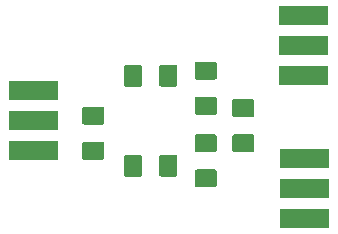
<source format=gts>
G04 #@! TF.GenerationSoftware,KiCad,Pcbnew,5.0.1*
G04 #@! TF.CreationDate,2018-12-27T15:20:24+01:00*
G04 #@! TF.ProjectId,DiscreteWilkinsonSplitter,446973637265746557696C6B696E736F,rev?*
G04 #@! TF.SameCoordinates,Original*
G04 #@! TF.FileFunction,Soldermask,Top*
G04 #@! TF.FilePolarity,Negative*
%FSLAX46Y46*%
G04 Gerber Fmt 4.6, Leading zero omitted, Abs format (unit mm)*
G04 Created by KiCad (PCBNEW 5.0.1) date Do 27 Dez 2018 15:20:24 CET*
%MOMM*%
%LPD*%
G01*
G04 APERTURE LIST*
%ADD10C,0.100000*%
G04 APERTURE END LIST*
D10*
G36*
X147625000Y-96063000D02*
X143459000Y-96063000D01*
X143459000Y-94437000D01*
X147625000Y-94437000D01*
X147625000Y-96063000D01*
X147625000Y-96063000D01*
G37*
G36*
X147625000Y-93523000D02*
X143459000Y-93523000D01*
X143459000Y-91897000D01*
X147625000Y-91897000D01*
X147625000Y-93523000D01*
X147625000Y-93523000D01*
G37*
G36*
X137935562Y-91115681D02*
X137970477Y-91126273D01*
X138002665Y-91143478D01*
X138030873Y-91166627D01*
X138054022Y-91194835D01*
X138071227Y-91227023D01*
X138081819Y-91261938D01*
X138086000Y-91304395D01*
X138086000Y-92445605D01*
X138081819Y-92488062D01*
X138071227Y-92522977D01*
X138054022Y-92555165D01*
X138030873Y-92583373D01*
X138002665Y-92606522D01*
X137970477Y-92623727D01*
X137935562Y-92634319D01*
X137893105Y-92638500D01*
X136426895Y-92638500D01*
X136384438Y-92634319D01*
X136349523Y-92623727D01*
X136317335Y-92606522D01*
X136289127Y-92583373D01*
X136265978Y-92555165D01*
X136248773Y-92522977D01*
X136238181Y-92488062D01*
X136234000Y-92445605D01*
X136234000Y-91304395D01*
X136238181Y-91261938D01*
X136248773Y-91227023D01*
X136265978Y-91194835D01*
X136289127Y-91166627D01*
X136317335Y-91143478D01*
X136349523Y-91126273D01*
X136384438Y-91115681D01*
X136426895Y-91111500D01*
X137893105Y-91111500D01*
X137935562Y-91115681D01*
X137935562Y-91115681D01*
G37*
G36*
X131623062Y-89883181D02*
X131657977Y-89893773D01*
X131690165Y-89910978D01*
X131718373Y-89934127D01*
X131741522Y-89962335D01*
X131758727Y-89994523D01*
X131769319Y-90029438D01*
X131773500Y-90071895D01*
X131773500Y-91538105D01*
X131769319Y-91580562D01*
X131758727Y-91615477D01*
X131741522Y-91647665D01*
X131718373Y-91675873D01*
X131690165Y-91699022D01*
X131657977Y-91716227D01*
X131623062Y-91726819D01*
X131580605Y-91731000D01*
X130439395Y-91731000D01*
X130396938Y-91726819D01*
X130362023Y-91716227D01*
X130329835Y-91699022D01*
X130301627Y-91675873D01*
X130278478Y-91647665D01*
X130261273Y-91615477D01*
X130250681Y-91580562D01*
X130246500Y-91538105D01*
X130246500Y-90071895D01*
X130250681Y-90029438D01*
X130261273Y-89994523D01*
X130278478Y-89962335D01*
X130301627Y-89934127D01*
X130329835Y-89910978D01*
X130362023Y-89893773D01*
X130396938Y-89883181D01*
X130439395Y-89879000D01*
X131580605Y-89879000D01*
X131623062Y-89883181D01*
X131623062Y-89883181D01*
G37*
G36*
X134598062Y-89883181D02*
X134632977Y-89893773D01*
X134665165Y-89910978D01*
X134693373Y-89934127D01*
X134716522Y-89962335D01*
X134733727Y-89994523D01*
X134744319Y-90029438D01*
X134748500Y-90071895D01*
X134748500Y-91538105D01*
X134744319Y-91580562D01*
X134733727Y-91615477D01*
X134716522Y-91647665D01*
X134693373Y-91675873D01*
X134665165Y-91699022D01*
X134632977Y-91716227D01*
X134598062Y-91726819D01*
X134555605Y-91731000D01*
X133414395Y-91731000D01*
X133371938Y-91726819D01*
X133337023Y-91716227D01*
X133304835Y-91699022D01*
X133276627Y-91675873D01*
X133253478Y-91647665D01*
X133236273Y-91615477D01*
X133225681Y-91580562D01*
X133221500Y-91538105D01*
X133221500Y-90071895D01*
X133225681Y-90029438D01*
X133236273Y-89994523D01*
X133253478Y-89962335D01*
X133276627Y-89934127D01*
X133304835Y-89910978D01*
X133337023Y-89893773D01*
X133371938Y-89883181D01*
X133414395Y-89879000D01*
X134555605Y-89879000D01*
X134598062Y-89883181D01*
X134598062Y-89883181D01*
G37*
G36*
X147625000Y-90983000D02*
X143459000Y-90983000D01*
X143459000Y-89357000D01*
X147625000Y-89357000D01*
X147625000Y-90983000D01*
X147625000Y-90983000D01*
G37*
G36*
X124638000Y-90348000D02*
X120472000Y-90348000D01*
X120472000Y-88722000D01*
X124638000Y-88722000D01*
X124638000Y-90348000D01*
X124638000Y-90348000D01*
G37*
G36*
X128410562Y-88775681D02*
X128445477Y-88786273D01*
X128477665Y-88803478D01*
X128505873Y-88826627D01*
X128529022Y-88854835D01*
X128546227Y-88887023D01*
X128556819Y-88921938D01*
X128561000Y-88964395D01*
X128561000Y-90105605D01*
X128556819Y-90148062D01*
X128546227Y-90182977D01*
X128529022Y-90215165D01*
X128505873Y-90243373D01*
X128477665Y-90266522D01*
X128445477Y-90283727D01*
X128410562Y-90294319D01*
X128368105Y-90298500D01*
X126901895Y-90298500D01*
X126859438Y-90294319D01*
X126824523Y-90283727D01*
X126792335Y-90266522D01*
X126764127Y-90243373D01*
X126740978Y-90215165D01*
X126723773Y-90182977D01*
X126713181Y-90148062D01*
X126709000Y-90105605D01*
X126709000Y-88964395D01*
X126713181Y-88921938D01*
X126723773Y-88887023D01*
X126740978Y-88854835D01*
X126764127Y-88826627D01*
X126792335Y-88803478D01*
X126824523Y-88786273D01*
X126859438Y-88775681D01*
X126901895Y-88771500D01*
X128368105Y-88771500D01*
X128410562Y-88775681D01*
X128410562Y-88775681D01*
G37*
G36*
X141110562Y-88140681D02*
X141145477Y-88151273D01*
X141177665Y-88168478D01*
X141205873Y-88191627D01*
X141229022Y-88219835D01*
X141246227Y-88252023D01*
X141256819Y-88286938D01*
X141261000Y-88329395D01*
X141261000Y-89470605D01*
X141256819Y-89513062D01*
X141246227Y-89547977D01*
X141229022Y-89580165D01*
X141205873Y-89608373D01*
X141177665Y-89631522D01*
X141145477Y-89648727D01*
X141110562Y-89659319D01*
X141068105Y-89663500D01*
X139601895Y-89663500D01*
X139559438Y-89659319D01*
X139524523Y-89648727D01*
X139492335Y-89631522D01*
X139464127Y-89608373D01*
X139440978Y-89580165D01*
X139423773Y-89547977D01*
X139413181Y-89513062D01*
X139409000Y-89470605D01*
X139409000Y-88329395D01*
X139413181Y-88286938D01*
X139423773Y-88252023D01*
X139440978Y-88219835D01*
X139464127Y-88191627D01*
X139492335Y-88168478D01*
X139524523Y-88151273D01*
X139559438Y-88140681D01*
X139601895Y-88136500D01*
X141068105Y-88136500D01*
X141110562Y-88140681D01*
X141110562Y-88140681D01*
G37*
G36*
X137935562Y-88140681D02*
X137970477Y-88151273D01*
X138002665Y-88168478D01*
X138030873Y-88191627D01*
X138054022Y-88219835D01*
X138071227Y-88252023D01*
X138081819Y-88286938D01*
X138086000Y-88329395D01*
X138086000Y-89470605D01*
X138081819Y-89513062D01*
X138071227Y-89547977D01*
X138054022Y-89580165D01*
X138030873Y-89608373D01*
X138002665Y-89631522D01*
X137970477Y-89648727D01*
X137935562Y-89659319D01*
X137893105Y-89663500D01*
X136426895Y-89663500D01*
X136384438Y-89659319D01*
X136349523Y-89648727D01*
X136317335Y-89631522D01*
X136289127Y-89608373D01*
X136265978Y-89580165D01*
X136248773Y-89547977D01*
X136238181Y-89513062D01*
X136234000Y-89470605D01*
X136234000Y-88329395D01*
X136238181Y-88286938D01*
X136248773Y-88252023D01*
X136265978Y-88219835D01*
X136289127Y-88191627D01*
X136317335Y-88168478D01*
X136349523Y-88151273D01*
X136384438Y-88140681D01*
X136426895Y-88136500D01*
X137893105Y-88136500D01*
X137935562Y-88140681D01*
X137935562Y-88140681D01*
G37*
G36*
X124638000Y-87808000D02*
X120472000Y-87808000D01*
X120472000Y-86182000D01*
X124638000Y-86182000D01*
X124638000Y-87808000D01*
X124638000Y-87808000D01*
G37*
G36*
X128410562Y-85800681D02*
X128445477Y-85811273D01*
X128477665Y-85828478D01*
X128505873Y-85851627D01*
X128529022Y-85879835D01*
X128546227Y-85912023D01*
X128556819Y-85946938D01*
X128561000Y-85989395D01*
X128561000Y-87130605D01*
X128556819Y-87173062D01*
X128546227Y-87207977D01*
X128529022Y-87240165D01*
X128505873Y-87268373D01*
X128477665Y-87291522D01*
X128445477Y-87308727D01*
X128410562Y-87319319D01*
X128368105Y-87323500D01*
X126901895Y-87323500D01*
X126859438Y-87319319D01*
X126824523Y-87308727D01*
X126792335Y-87291522D01*
X126764127Y-87268373D01*
X126740978Y-87240165D01*
X126723773Y-87207977D01*
X126713181Y-87173062D01*
X126709000Y-87130605D01*
X126709000Y-85989395D01*
X126713181Y-85946938D01*
X126723773Y-85912023D01*
X126740978Y-85879835D01*
X126764127Y-85851627D01*
X126792335Y-85828478D01*
X126824523Y-85811273D01*
X126859438Y-85800681D01*
X126901895Y-85796500D01*
X128368105Y-85796500D01*
X128410562Y-85800681D01*
X128410562Y-85800681D01*
G37*
G36*
X141110562Y-85165681D02*
X141145477Y-85176273D01*
X141177665Y-85193478D01*
X141205873Y-85216627D01*
X141229022Y-85244835D01*
X141246227Y-85277023D01*
X141256819Y-85311938D01*
X141261000Y-85354395D01*
X141261000Y-86495605D01*
X141256819Y-86538062D01*
X141246227Y-86572977D01*
X141229022Y-86605165D01*
X141205873Y-86633373D01*
X141177665Y-86656522D01*
X141145477Y-86673727D01*
X141110562Y-86684319D01*
X141068105Y-86688500D01*
X139601895Y-86688500D01*
X139559438Y-86684319D01*
X139524523Y-86673727D01*
X139492335Y-86656522D01*
X139464127Y-86633373D01*
X139440978Y-86605165D01*
X139423773Y-86572977D01*
X139413181Y-86538062D01*
X139409000Y-86495605D01*
X139409000Y-85354395D01*
X139413181Y-85311938D01*
X139423773Y-85277023D01*
X139440978Y-85244835D01*
X139464127Y-85216627D01*
X139492335Y-85193478D01*
X139524523Y-85176273D01*
X139559438Y-85165681D01*
X139601895Y-85161500D01*
X141068105Y-85161500D01*
X141110562Y-85165681D01*
X141110562Y-85165681D01*
G37*
G36*
X137935562Y-84965681D02*
X137970477Y-84976273D01*
X138002665Y-84993478D01*
X138030873Y-85016627D01*
X138054022Y-85044835D01*
X138071227Y-85077023D01*
X138081819Y-85111938D01*
X138086000Y-85154395D01*
X138086000Y-86295605D01*
X138081819Y-86338062D01*
X138071227Y-86372977D01*
X138054022Y-86405165D01*
X138030873Y-86433373D01*
X138002665Y-86456522D01*
X137970477Y-86473727D01*
X137935562Y-86484319D01*
X137893105Y-86488500D01*
X136426895Y-86488500D01*
X136384438Y-86484319D01*
X136349523Y-86473727D01*
X136317335Y-86456522D01*
X136289127Y-86433373D01*
X136265978Y-86405165D01*
X136248773Y-86372977D01*
X136238181Y-86338062D01*
X136234000Y-86295605D01*
X136234000Y-85154395D01*
X136238181Y-85111938D01*
X136248773Y-85077023D01*
X136265978Y-85044835D01*
X136289127Y-85016627D01*
X136317335Y-84993478D01*
X136349523Y-84976273D01*
X136384438Y-84965681D01*
X136426895Y-84961500D01*
X137893105Y-84961500D01*
X137935562Y-84965681D01*
X137935562Y-84965681D01*
G37*
G36*
X124638000Y-85268000D02*
X120472000Y-85268000D01*
X120472000Y-83642000D01*
X124638000Y-83642000D01*
X124638000Y-85268000D01*
X124638000Y-85268000D01*
G37*
G36*
X134598062Y-82263181D02*
X134632977Y-82273773D01*
X134665165Y-82290978D01*
X134693373Y-82314127D01*
X134716522Y-82342335D01*
X134733727Y-82374523D01*
X134744319Y-82409438D01*
X134748500Y-82451895D01*
X134748500Y-83918105D01*
X134744319Y-83960562D01*
X134733727Y-83995477D01*
X134716522Y-84027665D01*
X134693373Y-84055873D01*
X134665165Y-84079022D01*
X134632977Y-84096227D01*
X134598062Y-84106819D01*
X134555605Y-84111000D01*
X133414395Y-84111000D01*
X133371938Y-84106819D01*
X133337023Y-84096227D01*
X133304835Y-84079022D01*
X133276627Y-84055873D01*
X133253478Y-84027665D01*
X133236273Y-83995477D01*
X133225681Y-83960562D01*
X133221500Y-83918105D01*
X133221500Y-82451895D01*
X133225681Y-82409438D01*
X133236273Y-82374523D01*
X133253478Y-82342335D01*
X133276627Y-82314127D01*
X133304835Y-82290978D01*
X133337023Y-82273773D01*
X133371938Y-82263181D01*
X133414395Y-82259000D01*
X134555605Y-82259000D01*
X134598062Y-82263181D01*
X134598062Y-82263181D01*
G37*
G36*
X131623062Y-82263181D02*
X131657977Y-82273773D01*
X131690165Y-82290978D01*
X131718373Y-82314127D01*
X131741522Y-82342335D01*
X131758727Y-82374523D01*
X131769319Y-82409438D01*
X131773500Y-82451895D01*
X131773500Y-83918105D01*
X131769319Y-83960562D01*
X131758727Y-83995477D01*
X131741522Y-84027665D01*
X131718373Y-84055873D01*
X131690165Y-84079022D01*
X131657977Y-84096227D01*
X131623062Y-84106819D01*
X131580605Y-84111000D01*
X130439395Y-84111000D01*
X130396938Y-84106819D01*
X130362023Y-84096227D01*
X130329835Y-84079022D01*
X130301627Y-84055873D01*
X130278478Y-84027665D01*
X130261273Y-83995477D01*
X130250681Y-83960562D01*
X130246500Y-83918105D01*
X130246500Y-82451895D01*
X130250681Y-82409438D01*
X130261273Y-82374523D01*
X130278478Y-82342335D01*
X130301627Y-82314127D01*
X130329835Y-82290978D01*
X130362023Y-82273773D01*
X130396938Y-82263181D01*
X130439395Y-82259000D01*
X131580605Y-82259000D01*
X131623062Y-82263181D01*
X131623062Y-82263181D01*
G37*
G36*
X147498000Y-83998000D02*
X143332000Y-83998000D01*
X143332000Y-82372000D01*
X147498000Y-82372000D01*
X147498000Y-83998000D01*
X147498000Y-83998000D01*
G37*
G36*
X137935562Y-81990681D02*
X137970477Y-82001273D01*
X138002665Y-82018478D01*
X138030873Y-82041627D01*
X138054022Y-82069835D01*
X138071227Y-82102023D01*
X138081819Y-82136938D01*
X138086000Y-82179395D01*
X138086000Y-83320605D01*
X138081819Y-83363062D01*
X138071227Y-83397977D01*
X138054022Y-83430165D01*
X138030873Y-83458373D01*
X138002665Y-83481522D01*
X137970477Y-83498727D01*
X137935562Y-83509319D01*
X137893105Y-83513500D01*
X136426895Y-83513500D01*
X136384438Y-83509319D01*
X136349523Y-83498727D01*
X136317335Y-83481522D01*
X136289127Y-83458373D01*
X136265978Y-83430165D01*
X136248773Y-83397977D01*
X136238181Y-83363062D01*
X136234000Y-83320605D01*
X136234000Y-82179395D01*
X136238181Y-82136938D01*
X136248773Y-82102023D01*
X136265978Y-82069835D01*
X136289127Y-82041627D01*
X136317335Y-82018478D01*
X136349523Y-82001273D01*
X136384438Y-81990681D01*
X136426895Y-81986500D01*
X137893105Y-81986500D01*
X137935562Y-81990681D01*
X137935562Y-81990681D01*
G37*
G36*
X147498000Y-81458000D02*
X143332000Y-81458000D01*
X143332000Y-79832000D01*
X147498000Y-79832000D01*
X147498000Y-81458000D01*
X147498000Y-81458000D01*
G37*
G36*
X147498000Y-78918000D02*
X143332000Y-78918000D01*
X143332000Y-77292000D01*
X147498000Y-77292000D01*
X147498000Y-78918000D01*
X147498000Y-78918000D01*
G37*
M02*

</source>
